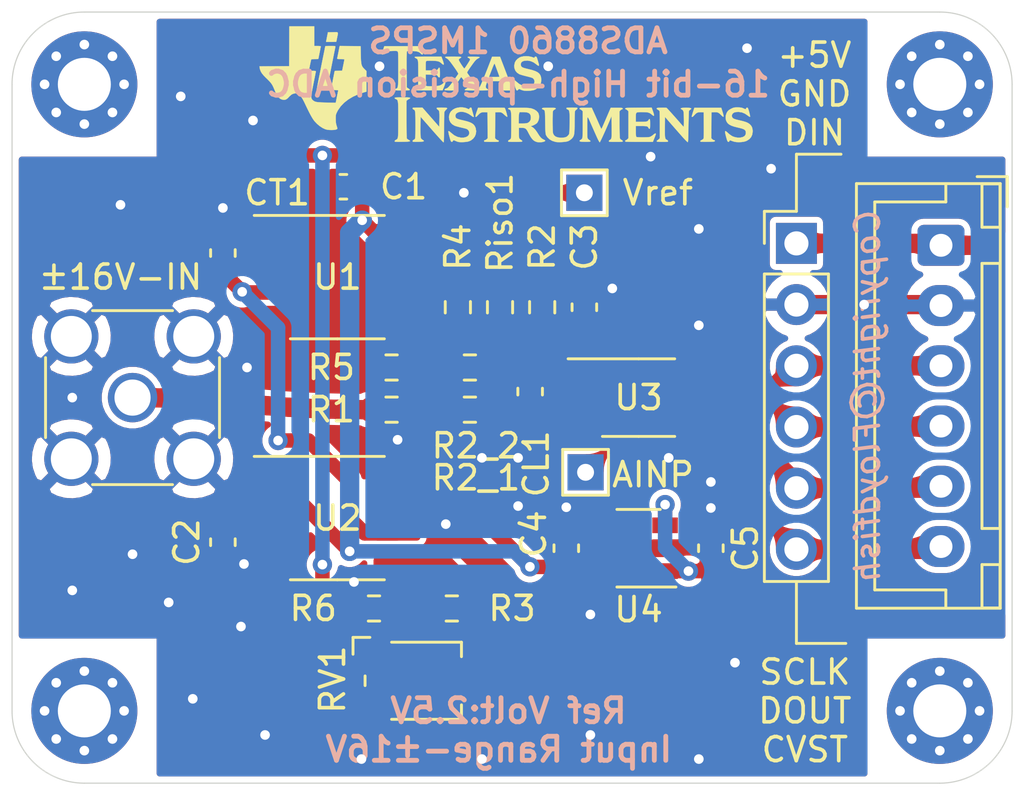
<source format=kicad_pcb>
(kicad_pcb (version 20171130) (host pcbnew "(5.1.8)-1")
  (layers (0 F.Cu signal) (31 B.Cu signal) (34 B.Paste user) (35 F.Paste user) (36 B.SilkS user) (37 F.SilkS user) (38 B.Mask user) (39 F.Mask user) (44 Edge.Cuts user))
  (net 0 "")
  (net 1 GND)
  (net 2 +3.3v)
  (net 3 "Net-(C3-Pad1)")
  (net 4 +5V)
  (net 5 "Net-(CT1-Pad1)")
  (net 6 /CONVST)
  (net 7 /DOUT)
  (net 8 /SCLK)
  (net 9 /DIN)
  (net 10 "Net-(R1-Pad1)")
  (net 11 /VREF)
  (net 12 /TRIM)
  (net 13 "Net-(R3-Pad1)")
  (net 14 "Net-(R4-Pad2)")
  (net 15 "Net-(R4-Pad1)")
  (net 16 "Net-(R6-Pad2)")
  (net 17 "Net-(R2_1-Pad1)")
  (net 18 "Net-(J1-Pad1)")
  (net 19 /AINP)
  (module Logo:texas_instruments (layer F.Cu) (at 160.5 97)
    (fp_text reference G*** hide)
    (fp_text value LOGO hide)
  )
  (module TestPoint:TestPoint_THTPad_1.5x1.5mm_Drill0.7mm (layer F.Cu) (at 163.8 113.1)
    (fp_text reference TP2 hide)
    (fp_text value TestPoint)
    (pad 1 thru_hole rect (at 0 0) (size 1.5 1.5) (drill 0.7) (layers *.Cu *.Mask) (net 19 /AINP))
  )
  (module TestPoint:TestPoint_THTPad_1.5x1.5mm_Drill0.7mm (layer F.Cu) (at 163.75 101.5)
    (fp_text reference TP1 hide)
    (fp_text value TestPoint)
    (pad 1 thru_hole rect (at 0 0) (size 1.5 1.5) (drill 0.7) (layers *.Cu *.Mask) (net 11 /VREF))
  )
  (module Package_TO_SOT_SMD:SOT-23-5 (layer F.Cu) (at 166 116.25 180)
    (fp_text reference U4 (at 0 -2.55) (layer F.SilkS))
    (fp_text value TLV70033_SOT23-5)
    (pad 5 smd rect (at 1.1 -0.95 180) (size 1.06 0.65) (layers F.Cu F.Paste F.Mask) (net 2 +3.3v))
    (pad 4 smd rect (at 1.1 0.95 180) (size 1.06 0.65) (layers F.Cu F.Paste F.Mask))
    (pad 3 smd rect (at -1.1 0.95 180) (size 1.06 0.65) (layers F.Cu F.Paste F.Mask) (net 4 +5V))
    (pad 2 smd rect (at -1.1 0 180) (size 1.06 0.65) (layers F.Cu F.Paste F.Mask) (net 1 GND))
    (pad 1 smd rect (at -1.1 -0.95 180) (size 1.06 0.65) (layers F.Cu F.Paste F.Mask) (net 4 +5V))
  )
  (module Package_SO:VSSOP-10_3x3mm_P0.5mm (layer F.Cu) (at 166 110)
    (fp_text reference U3 (at 0 0) (layer F.SilkS))
    (fp_text value ADS8860)
    (pad 10 smd roundrect (at 2.2 -1) (size 1.45 0.3) (layers F.Cu F.Paste F.Mask) (net 2 +3.3v))
    (pad 9 smd roundrect (at 2.2 -0.5) (size 1.45 0.3) (layers F.Cu F.Paste F.Mask) (net 9 /DIN))
    (pad 8 smd roundrect (at 2.2 0) (size 1.45 0.3) (layers F.Cu F.Paste F.Mask) (net 8 /SCLK))
    (pad 7 smd roundrect (at 2.2 0.5) (size 1.45 0.3) (layers F.Cu F.Paste F.Mask) (net 7 /DOUT))
    (pad 6 smd roundrect (at 2.2 1) (size 1.45 0.3) (layers F.Cu F.Paste F.Mask) (net 6 /CONVST))
    (pad 5 smd roundrect (at -2.2 1) (size 1.45 0.3) (layers F.Cu F.Paste F.Mask) (net 1 GND))
    (pad 4 smd roundrect (at -2.2 0.5) (size 1.45 0.3) (layers F.Cu F.Paste F.Mask) (net 1 GND))
    (pad 3 smd roundrect (at -2.2 0) (size 1.45 0.3) (layers F.Cu F.Paste F.Mask) (net 19 /AINP))
    (pad 2 smd roundrect (at -2.2 -0.5) (size 1.45 0.3) (layers F.Cu F.Paste F.Mask) (net 2 +3.3v))
    (pad 1 smd roundrect (at -2.2 -1) (size 1.45 0.3) (layers F.Cu F.Paste F.Mask) (net 3 "Net-(C3-Pad1)"))
  )
  (module Package_SO:SOIC-8_3.9x4.9mm_P1.27mm (layer F.Cu) (at 153.5 115)
    (fp_text reference U2 (at 0 0) (layer F.SilkS))
    (fp_text value REF03GS)
    (pad 8 smd roundrect (at 2.475 -1.905) (size 1.95 0.6) (layers F.Cu F.Paste F.Mask))
    (pad 7 smd roundrect (at 2.475 -0.635) (size 1.95 0.6) (layers F.Cu F.Paste F.Mask))
    (pad 6 smd roundrect (at 2.475 0.635) (size 1.95 0.6) (layers F.Cu F.Paste F.Mask) (net 5 "Net-(CT1-Pad1)"))
    (pad 5 smd roundrect (at 2.475 1.905) (size 1.95 0.6) (layers F.Cu F.Paste F.Mask) (net 12 /TRIM))
    (pad 4 smd roundrect (at -2.475 1.905) (size 1.95 0.6) (layers F.Cu F.Paste F.Mask) (net 1 GND))
    (pad 3 smd roundrect (at -2.475 0.635) (size 1.95 0.6) (layers F.Cu F.Paste F.Mask))
    (pad 2 smd roundrect (at -2.475 -0.635) (size 1.95 0.6) (layers F.Cu F.Paste F.Mask) (net 2 +3.3v))
    (pad 1 smd roundrect (at -2.475 -1.905) (size 1.95 0.6) (layers F.Cu F.Paste F.Mask))
  )
  (module Package_SO:SOIC-8_3.9x4.9mm_P1.27mm (layer F.Cu) (at 153.5 105)
    (fp_text reference U1 (at 0 0) (layer F.SilkS))
    (fp_text value OPA2189)
    (pad 8 smd roundrect (at 2.475 -1.905) (size 1.95 0.6) (layers F.Cu F.Paste F.Mask) (net 2 +3.3v))
    (pad 7 smd roundrect (at 2.475 -0.635) (size 1.95 0.6) (layers F.Cu F.Paste F.Mask) (net 15 "Net-(R4-Pad1)"))
    (pad 6 smd roundrect (at 2.475 0.635) (size 1.95 0.6) (layers F.Cu F.Paste F.Mask) (net 14 "Net-(R4-Pad2)"))
    (pad 5 smd roundrect (at 2.475 1.905) (size 1.95 0.6) (layers F.Cu F.Paste F.Mask) (net 10 "Net-(R1-Pad1)"))
    (pad 4 smd roundrect (at -2.475 1.905) (size 1.95 0.6) (layers F.Cu F.Paste F.Mask) (net 1 GND))
    (pad 3 smd roundrect (at -2.475 0.635) (size 1.95 0.6) (layers F.Cu F.Paste F.Mask) (net 5 "Net-(CT1-Pad1)"))
    (pad 2 smd roundrect (at -2.475 -0.635) (size 1.95 0.6) (layers F.Cu F.Paste F.Mask) (net 11 /VREF))
    (pad 1 smd roundrect (at -2.475 -1.905) (size 1.95 0.6) (layers F.Cu F.Paste F.Mask) (net 11 /VREF))
  )
  (module Potentiometer_SMD:Potentiometer_Bourns_TC33X_Vertical (layer F.Cu) (at 156.75 121.75)
    (fp_text reference RV1 (at -3.45 -0.05 90) (layer F.SilkS))
    (fp_text value 20k)
    (pad 2 smd rect (at 1.45 0) (size 1.5 1.6) (layers F.Cu F.Paste F.Mask) (net 13 "Net-(R3-Pad1)"))
    (pad 3 smd rect (at -1.8 1) (size 1.2 1.2) (layers F.Cu F.Paste F.Mask) (net 11 /VREF))
    (pad 1 smd rect (at -1.8 -1) (size 1.2 1.2) (layers F.Cu F.Paste F.Mask) (net 16 "Net-(R6-Pad2)"))
  )
  (module Resistor_SMD:R_0603_1608Metric (layer F.Cu) (at 160.25 106.25 90)
    (fp_text reference Riso1 (at 3.5 0 90) (layer F.SilkS))
    (fp_text value 100)
    (pad 2 smd roundrect (at 0.825 0 90) (size 0.8 0.95) (layers F.Cu F.Paste F.Mask) (net 15 "Net-(R4-Pad1)"))
    (pad 1 smd roundrect (at -0.825 0 90) (size 0.8 0.95) (layers F.Cu F.Paste F.Mask) (net 19 /AINP))
  )
  (module Resistor_SMD:R_0603_1608Metric (layer F.Cu) (at 159 108.75)
    (fp_text reference R2_2 (at 0.25 3.25) (layer F.SilkS))
    (fp_text value 620Ω)
    (pad 2 smd roundrect (at 0.825 0) (size 0.8 0.95) (layers F.Cu F.Paste F.Mask) (net 17 "Net-(R2_1-Pad1)"))
    (pad 1 smd roundrect (at -0.825 0) (size 0.8 0.95) (layers F.Cu F.Paste F.Mask) (net 10 "Net-(R1-Pad1)"))
  )
  (module Resistor_SMD:R_0603_1608Metric (layer F.Cu) (at 159 110.5 180)
    (fp_text reference R2_1 (at -0.25 -2.83) (layer F.SilkS))
    (fp_text value 20kΩ)
    (pad 2 smd roundrect (at 0.825 0 180) (size 0.8 0.95) (layers F.Cu F.Paste F.Mask) (net 2 +3.3v))
    (pad 1 smd roundrect (at -0.825 0 180) (size 0.8 0.95) (layers F.Cu F.Paste F.Mask) (net 17 "Net-(R2_1-Pad1)"))
  )
  (module Resistor_SMD:R_0603_1608Metric (layer F.Cu) (at 155.02 118.75)
    (fp_text reference R6 (at -2.52 0) (layer F.SilkS))
    (fp_text value 1k)
    (pad 2 smd roundrect (at 0.825 0) (size 0.8 0.95) (layers F.Cu F.Paste F.Mask) (net 16 "Net-(R6-Pad2)"))
    (pad 1 smd roundrect (at -0.825 0) (size 0.8 0.95) (layers F.Cu F.Paste F.Mask) (net 1 GND))
  )
  (module Resistor_SMD:R_0603_1608Metric (layer F.Cu) (at 155.75 108.75 180)
    (fp_text reference R5 (at 2.5 0) (layer F.SilkS))
    (fp_text value 1kΩ)
    (pad 2 smd roundrect (at 0.825 0 180) (size 0.8 0.95) (layers F.Cu F.Paste F.Mask) (net 1 GND))
    (pad 1 smd roundrect (at -0.825 0 180) (size 0.8 0.95) (layers F.Cu F.Paste F.Mask) (net 10 "Net-(R1-Pad1)"))
  )
  (module Resistor_SMD:R_0603_1608Metric (layer F.Cu) (at 158.5 106.25 270)
    (fp_text reference R4 (at -2.5 0 90) (layer F.SilkS))
    (fp_text value 910Ω)
    (pad 2 smd roundrect (at 0.825 0 270) (size 0.8 0.95) (layers F.Cu F.Paste F.Mask) (net 14 "Net-(R4-Pad2)"))
    (pad 1 smd roundrect (at -0.825 0 270) (size 0.8 0.95) (layers F.Cu F.Paste F.Mask) (net 15 "Net-(R4-Pad1)"))
  )
  (module Resistor_SMD:R_0603_1608Metric (layer F.Cu) (at 158.25 118.75)
    (fp_text reference R3 (at 2.5 0) (layer F.SilkS))
    (fp_text value 470k)
    (pad 2 smd roundrect (at 0.825 0) (size 0.8 0.95) (layers F.Cu F.Paste F.Mask) (net 12 /TRIM))
    (pad 1 smd roundrect (at -0.825 0) (size 0.8 0.95) (layers F.Cu F.Paste F.Mask) (net 13 "Net-(R3-Pad1)"))
  )
  (module Resistor_SMD:R_0603_1608Metric (layer F.Cu) (at 162 106.25 270)
    (fp_text reference R2 (at -2.5 0 90) (layer F.SilkS))
    (fp_text value 100)
    (pad 2 smd roundrect (at 0.825 0 270) (size 0.8 0.95) (layers F.Cu F.Paste F.Mask) (net 3 "Net-(C3-Pad1)"))
    (pad 1 smd roundrect (at -0.825 0 270) (size 0.8 0.95) (layers F.Cu F.Paste F.Mask) (net 11 /VREF))
  )
  (module Resistor_SMD:R_0603_1608Metric (layer F.Cu) (at 155.75 110.5 180)
    (fp_text reference R1 (at 2.5 0) (layer F.SilkS))
    (fp_text value 10kΩ)
    (pad 2 smd roundrect (at 0.825 0 180) (size 0.8 0.95) (layers F.Cu F.Paste F.Mask) (net 18 "Net-(J1-Pad1)"))
    (pad 1 smd roundrect (at -0.825 0 180) (size 0.8 0.95) (layers F.Cu F.Paste F.Mask) (net 10 "Net-(R1-Pad1)"))
  )
  (module Connector_JST:JST_XH_B6B-XH-A_1x06_P2.50mm_Vertical (layer F.Cu) (at 178.55 103.68 270)
    (fp_text reference J3 hide)
    (fp_text value XH2.54)
    (pad 6 thru_hole oval (at 12.5 0 270) (size 1.7 1.95) (drill 0.95) (layers *.Cu *.Mask) (net 6 /CONVST))
    (pad 5 thru_hole oval (at 10 0 270) (size 1.7 1.95) (drill 0.95) (layers *.Cu *.Mask) (net 7 /DOUT))
    (pad 4 thru_hole oval (at 7.5 0 270) (size 1.7 1.95) (drill 0.95) (layers *.Cu *.Mask) (net 8 /SCLK))
    (pad 3 thru_hole oval (at 5 0 270) (size 1.7 1.95) (drill 0.95) (layers *.Cu *.Mask) (net 9 /DIN))
    (pad 2 thru_hole oval (at 2.5 0 270) (size 1.7 1.95) (drill 0.95) (layers *.Cu *.Mask) (net 1 GND))
    (pad 1 thru_hole roundrect (at 0 0 270) (size 1.7 1.95) (drill 0.95) (layers *.Cu *.Mask) (roundrect_rratio 0.1470588235294118) (net 4 +5V))
  )
  (module Connector_PinHeader_2.54mm:PinHeader_1x06_P2.54mm_Vertical (layer F.Cu) (at 172.55 103.6)
    (fp_text reference J2 hide)
    (fp_text value P2.54)
    (pad 6 thru_hole oval (at 0 12.7) (size 1.7 1.7) (drill 1) (layers *.Cu *.Mask) (net 6 /CONVST))
    (pad 5 thru_hole oval (at 0 10.16) (size 1.7 1.7) (drill 1) (layers *.Cu *.Mask) (net 7 /DOUT))
    (pad 4 thru_hole oval (at 0 7.62) (size 1.7 1.7) (drill 1) (layers *.Cu *.Mask) (net 8 /SCLK))
    (pad 3 thru_hole oval (at 0 5.08) (size 1.7 1.7) (drill 1) (layers *.Cu *.Mask) (net 9 /DIN))
    (pad 2 thru_hole oval (at 0 2.54) (size 1.7 1.7) (drill 1) (layers *.Cu *.Mask) (net 1 GND))
    (pad 1 thru_hole rect (at 0 0) (size 1.7 1.7) (drill 1) (layers *.Cu *.Mask) (net 4 +5V))
  )
  (module Connector_Coaxial:SMA_Amphenol_132291_Vertical (layer F.Cu) (at 145 110)
    (fp_text reference J1 hide)
    (fp_text value Signal_in)
    (pad 2 thru_hole circle (at -2.54 2.54) (size 2.25 2.25) (drill 1.7) (layers *.Cu *.Mask) (net 1 GND))
    (pad 2 thru_hole circle (at -2.54 -2.54) (size 2.25 2.25) (drill 1.7) (layers *.Cu *.Mask) (net 1 GND))
    (pad 2 thru_hole circle (at 2.54 -2.54) (size 2.25 2.25) (drill 1.7) (layers *.Cu *.Mask) (net 1 GND))
    (pad 2 thru_hole circle (at 2.54 2.54) (size 2.25 2.25) (drill 1.7) (layers *.Cu *.Mask) (net 1 GND))
    (pad 1 thru_hole circle (at 0 0) (size 2.05 2.05) (drill 1.5) (layers *.Cu *.Mask) (net 18 "Net-(J1-Pad1)"))
  )
  (module MountingHole:MountingHole_2.2mm_M2_Pad_Via (layer F.Cu) (at 143 97)
    (fp_text reference H4 hide)
    (fp_text value MH)
    (pad 1 thru_hole circle (at 1.166726 -1.166726) (size 0.7 0.7) (drill 0.4) (layers *.Cu *.Mask))
    (pad 1 thru_hole circle (at 0 -1.65) (size 0.7 0.7) (drill 0.4) (layers *.Cu *.Mask))
    (pad 1 thru_hole circle (at -1.166726 -1.166726) (size 0.7 0.7) (drill 0.4) (layers *.Cu *.Mask))
    (pad 1 thru_hole circle (at -1.65 0) (size 0.7 0.7) (drill 0.4) (layers *.Cu *.Mask))
    (pad 1 thru_hole circle (at -1.166726 1.166726) (size 0.7 0.7) (drill 0.4) (layers *.Cu *.Mask))
    (pad 1 thru_hole circle (at 0 1.65) (size 0.7 0.7) (drill 0.4) (layers *.Cu *.Mask))
    (pad 1 thru_hole circle (at 1.166726 1.166726) (size 0.7 0.7) (drill 0.4) (layers *.Cu *.Mask))
    (pad 1 thru_hole circle (at 1.65 0) (size 0.7 0.7) (drill 0.4) (layers *.Cu *.Mask))
    (pad 1 thru_hole circle (at 0 0) (size 4.4 4.4) (drill 2.2) (layers *.Cu *.Mask))
  )
  (module MountingHole:MountingHole_2.2mm_M2_Pad_Via (layer F.Cu) (at 178.5 97)
    (fp_text reference H3 hide)
    (fp_text value MH)
    (pad 1 thru_hole circle (at 1.166726 -1.166726) (size 0.7 0.7) (drill 0.4) (layers *.Cu *.Mask))
    (pad 1 thru_hole circle (at 0 -1.65) (size 0.7 0.7) (drill 0.4) (layers *.Cu *.Mask))
    (pad 1 thru_hole circle (at -1.166726 -1.166726) (size 0.7 0.7) (drill 0.4) (layers *.Cu *.Mask))
    (pad 1 thru_hole circle (at -1.65 0) (size 0.7 0.7) (drill 0.4) (layers *.Cu *.Mask))
    (pad 1 thru_hole circle (at -1.166726 1.166726) (size 0.7 0.7) (drill 0.4) (layers *.Cu *.Mask))
    (pad 1 thru_hole circle (at 0 1.65) (size 0.7 0.7) (drill 0.4) (layers *.Cu *.Mask))
    (pad 1 thru_hole circle (at 1.166726 1.166726) (size 0.7 0.7) (drill 0.4) (layers *.Cu *.Mask))
    (pad 1 thru_hole circle (at 1.65 0) (size 0.7 0.7) (drill 0.4) (layers *.Cu *.Mask))
    (pad 1 thru_hole circle (at 0 0) (size 4.4 4.4) (drill 2.2) (layers *.Cu *.Mask))
  )
  (module MountingHole:MountingHole_2.2mm_M2_Pad_Via (layer F.Cu) (at 178.5 123)
    (fp_text reference H2 hide)
    (fp_text value MH)
    (pad 1 thru_hole circle (at 1.166726 -1.166726) (size 0.7 0.7) (drill 0.4) (layers *.Cu *.Mask))
    (pad 1 thru_hole circle (at 0 -1.65) (size 0.7 0.7) (drill 0.4) (layers *.Cu *.Mask))
    (pad 1 thru_hole circle (at -1.166726 -1.166726) (size 0.7 0.7) (drill 0.4) (layers *.Cu *.Mask))
    (pad 1 thru_hole circle (at -1.65 0) (size 0.7 0.7) (drill 0.4) (layers *.Cu *.Mask))
    (pad 1 thru_hole circle (at -1.166726 1.166726) (size 0.7 0.7) (drill 0.4) (layers *.Cu *.Mask))
    (pad 1 thru_hole circle (at 0 1.65) (size 0.7 0.7) (drill 0.4) (layers *.Cu *.Mask))
    (pad 1 thru_hole circle (at 1.166726 1.166726) (size 0.7 0.7) (drill 0.4) (layers *.Cu *.Mask))
    (pad 1 thru_hole circle (at 1.65 0) (size 0.7 0.7) (drill 0.4) (layers *.Cu *.Mask))
    (pad 1 thru_hole circle (at 0 0) (size 4.4 4.4) (drill 2.2) (layers *.Cu *.Mask))
  )
  (module MountingHole:MountingHole_2.2mm_M2_Pad_Via (layer F.Cu) (at 143 123)
    (fp_text reference H1 hide)
    (fp_text value MH)
    (pad 1 thru_hole circle (at 1.166726 -1.166726) (size 0.7 0.7) (drill 0.4) (layers *.Cu *.Mask))
    (pad 1 thru_hole circle (at 0 -1.65) (size 0.7 0.7) (drill 0.4) (layers *.Cu *.Mask))
    (pad 1 thru_hole circle (at -1.166726 -1.166726) (size 0.7 0.7) (drill 0.4) (layers *.Cu *.Mask))
    (pad 1 thru_hole circle (at -1.65 0) (size 0.7 0.7) (drill 0.4) (layers *.Cu *.Mask))
    (pad 1 thru_hole circle (at -1.166726 1.166726) (size 0.7 0.7) (drill 0.4) (layers *.Cu *.Mask))
    (pad 1 thru_hole circle (at 0 1.65) (size 0.7 0.7) (drill 0.4) (layers *.Cu *.Mask))
    (pad 1 thru_hole circle (at 1.166726 1.166726) (size 0.7 0.7) (drill 0.4) (layers *.Cu *.Mask))
    (pad 1 thru_hole circle (at 1.65 0) (size 0.7 0.7) (drill 0.4) (layers *.Cu *.Mask))
    (pad 1 thru_hole circle (at 0 0) (size 4.4 4.4) (drill 2.2) (layers *.Cu *.Mask))
  )
  (module Capacitor_SMD:C_0603_1608Metric (layer F.Cu) (at 148.75 104 90)
    (fp_text reference CT1 (at 2.5 2.25 180) (layer F.SilkS))
    (fp_text value 1uF)
    (pad 2 smd roundrect (at 0.775 0 90) (size 0.9 0.95) (layers F.Cu F.Paste F.Mask) (net 1 GND))
    (pad 1 smd roundrect (at -0.775 0 90) (size 0.9 0.95) (layers F.Cu F.Paste F.Mask) (net 5 "Net-(CT1-Pad1)"))
  )
  (module Capacitor_SMD:C_0603_1608Metric (layer F.Cu) (at 161.5 109.75 270)
    (fp_text reference CL1 (at 3 -0.25 90) (layer F.SilkS))
    (fp_text value 100pF)
    (pad 2 smd roundrect (at 0.775 0 270) (size 0.9 0.95) (layers F.Cu F.Paste F.Mask) (net 1 GND))
    (pad 1 smd roundrect (at -0.775 0 270) (size 0.9 0.95) (layers F.Cu F.Paste F.Mask) (net 19 /AINP))
  )
  (module Capacitor_SMD:C_0603_1608Metric (layer F.Cu) (at 169 116.25 270)
    (fp_text reference C5 (at 0 -1.43 90) (layer F.SilkS))
    (fp_text value 1uF)
    (pad 2 smd roundrect (at 0.775 0 270) (size 0.9 0.95) (layers F.Cu F.Paste F.Mask) (net 4 +5V))
    (pad 1 smd roundrect (at -0.775 0 270) (size 0.9 0.95) (layers F.Cu F.Paste F.Mask) (net 1 GND))
  )
  (module Capacitor_SMD:C_0603_1608Metric (layer F.Cu) (at 163 116.25 270)
    (fp_text reference C4 (at -0.59 1.36 90) (layer F.SilkS))
    (fp_text value 1uF)
    (pad 2 smd roundrect (at 0.775 0 270) (size 0.9 0.95) (layers F.Cu F.Paste F.Mask) (net 2 +3.3v))
    (pad 1 smd roundrect (at -0.775 0 270) (size 0.9 0.95) (layers F.Cu F.Paste F.Mask) (net 1 GND))
  )
  (module Capacitor_SMD:C_0603_1608Metric (layer F.Cu) (at 163.75 106.25 90)
    (fp_text reference C3 (at 2.5 0 90) (layer F.SilkS))
    (fp_text value 100pF)
    (pad 2 smd roundrect (at 0.775 0 90) (size 0.9 0.95) (layers F.Cu F.Paste F.Mask) (net 1 GND))
    (pad 1 smd roundrect (at -0.775 0 90) (size 0.9 0.95) (layers F.Cu F.Paste F.Mask) (net 3 "Net-(C3-Pad1)"))
  )
  (module Capacitor_SMD:C_0603_1608Metric (layer F.Cu) (at 148.75 116 270)
    (fp_text reference C2 (at 0 1.5 90) (layer F.SilkS))
    (fp_text value 0.1uF)
    (pad 2 smd roundrect (at 0.775 0 270) (size 0.9 0.95) (layers F.Cu F.Paste F.Mask) (net 1 GND))
    (pad 1 smd roundrect (at -0.775 0 270) (size 0.9 0.95) (layers F.Cu F.Paste F.Mask) (net 2 +3.3v))
  )
  (module Capacitor_SMD:C_0603_1608Metric (layer F.Cu) (at 153.75 101.25 180)
    (fp_text reference C1 (at -2.5 0) (layer F.SilkS))
    (fp_text value 0.1uF)
    (pad 2 smd roundrect (at 0.775 0 180) (size 0.9 0.95) (layers F.Cu F.Paste F.Mask) (net 1 GND))
    (pad 1 smd roundrect (at -0.775 0 180) (size 0.9 0.95) (layers F.Cu F.Paste F.Mask) (net 2 +3.3v))
  )
  (gr_text ±16V-IN (at 144.5 105) (layer F.SilkS) (effects (font (size 1 1))))
  (gr_text AINP (at 166.6 113.2) (layer F.SilkS) (effects (font (size 1 1))))
  (gr_text Vref (at 166.8 101.5) (layer F.SilkS) (effects (font (size 1 1))))
  (gr_line (start 172.55 120.2) (end 174.6 120.2) (layer F.SilkS) (width 0.12))
  (gr_line (start 172.55 117.65) (end 172.55 120.2) (layer F.SilkS) (width 0.12))
  (gr_line (start 172.55 99.9) (end 174.4 99.9) (layer F.SilkS) (width 0.12))
  (gr_line (start 172.55 102.27) (end 172.55 99.9) (layer F.SilkS) (width 0.12))
  (gr_text "+5V\nGND\nDIN" (at 173.3 97.4) (layer F.SilkS) (effects (font (size 1 1))))
  (gr_text "SCLK\nDOUT\nCVST" (at 172.9 123) (layer F.SilkS) (effects (font (size 1 1))))
  (gr_text Copyright©Floydfish (at 175.5 109.9 90) (layer B.SilkS) (effects (font (size 1 1) (thickness 0.15) italic) (justify mirror)))
  (gr_text "16-bit High-precision ADC" (at 161 97) (layer B.SilkS) (effects (font (size 1 1) (thickness 0.2)) (justify mirror)))
  (gr_text "Input Range-±16V" (at 160.2 124.6) (layer B.SilkS) (effects (font (size 1 1) (thickness 0.2)) (justify mirror)))
  (gr_text "Ref Volt:2.5V" (at 160.6 123) (layer B.SilkS) (effects (font (size 1 1) (thickness 0.2)) (justify mirror)))
  (gr_text "ADS8860 1MSPS\n" (at 161 95.2) (layer B.SilkS) (effects (font (size 1 1) (thickness 0.2)) (justify mirror)))
  (gr_text "TRIM ADJ" (at 164.5 121.75) (layer F.Cu) (effects (font (size 1 1) (thickness 0.2) italic)))
  (gr_arc (start 143 123) (end 140 123) (angle -90) (layer Edge.Cuts) (width 0.05))
  (gr_arc (start 178.5 123) (end 178.5 126) (angle -90) (layer Edge.Cuts) (width 0.05))
  (gr_arc (start 178.5 97) (end 181.5 97) (angle -90) (layer Edge.Cuts) (width 0.05))
  (gr_arc (start 143 97) (end 143 94) (angle -90) (layer Edge.Cuts) (width 0.05))
  (gr_line (start 140 123) (end 140 97) (layer Edge.Cuts) (width 0.05))
  (gr_line (start 178.5 126) (end 143 126) (layer Edge.Cuts) (width 0.05))
  (gr_line (start 181.5 97) (end 181.5 123) (layer Edge.Cuts) (width 0.05))
  (gr_line (start 178.5 94) (end 143 94) (layer Edge.Cuts) (width 0.05))
  (segment (start 151.025 116.905) (end 149.625 116.905) (width 0.6) (layer F.Cu) (net 1))
  (segment (start 172.55 106.14) (end 175.36 106.14) (width 0.8) (layer F.Cu) (net 1))
  (segment (start 163.8 110.5) (end 161.52 110.5) (width 0.3) (layer F.Cu) (net 1))
  (segment (start 152.975 106.91) (end 150.96 106.91) (width 0.6) (layer F.Cu) (net 1))
  (segment (start 152.975 101.25) (end 152.975 106.91) (width 0.6) (layer F.Cu) (net 1))
  (segment (start 152.975 108.75) (end 152.975 106.91) (width 0.6) (layer F.Cu) (net 1))
  (segment (start 154.925 108.75) (end 152.975 108.75) (width 0.6) (layer F.Cu) (net 1))
  (segment (start 154.195 118.75) (end 154.19 117.65) (width 0.6) (layer F.Cu) (net 1))
  (segment (start 154.19 117.65) (end 154.195 117.655) (width 0.6) (layer F.Cu) (net 1))
  (via (at 154.19 117.65) (size 0.8) (drill 0.4) (layers F.Cu B.Cu) (net 1))
  (segment (start 149.625 116.905) (end 148.895 116.905) (width 0.6) (layer F.Cu) (net 1))
  (via (at 149.625 116.905) (size 0.8) (drill 0.4) (layers F.Cu B.Cu) (net 1))
  (segment (start 168.14 116.25) (end 168.94 115.45) (width 0.6) (layer F.Cu) (net 1))
  (segment (start 167.1 116.25) (end 168.14 116.25) (width 0.6) (layer F.Cu) (net 1))
  (segment (start 169 115.475) (end 169 114.58) (width 0.8) (layer F.Cu) (net 1))
  (segment (start 169 114.58) (end 169 113.5) (width 0.8) (layer F.Cu) (net 1))
  (via (at 169 114.58) (size 0.8) (drill 0.4) (layers F.Cu B.Cu) (net 1))
  (segment (start 169 113.5) (end 169 113.5) (width 0.8) (layer F.Cu) (net 1))
  (via (at 169 113.5) (size 0.8) (drill 0.4) (layers F.Cu B.Cu) (net 1))
  (segment (start 163.75 105.475) (end 164.91 105.47) (width 0.8) (layer F.Cu) (net 1))
  (segment (start 164.91 105.47) (end 164.905 105.475) (width 0.8) (layer F.Cu) (net 1))
  (via (at 164.91 105.47) (size 0.8) (drill 0.4) (layers F.Cu B.Cu) (net 1))
  (via (at 163 114.55) (size 0.8) (drill 0.4) (layers F.Cu B.Cu) (net 1))
  (segment (start 148.75 103.225) (end 148.75 102.13) (width 0.8) (layer F.Cu) (net 1))
  (segment (start 148.75 102.13) (end 148.75 102.13) (width 0.8) (layer F.Cu) (net 1))
  (via (at 148.75 102.13) (size 0.8) (drill 0.4) (layers F.Cu B.Cu) (net 1))
  (segment (start 163 114.55) (end 163 115.42) (width 0.6) (layer F.Cu) (net 1))
  (via (at 149.5 119.5) (size 0.8) (drill 0.4) (layers F.Cu B.Cu) (net 1))
  (via (at 146.5 118.5) (size 0.8) (drill 0.4) (layers F.Cu B.Cu) (net 1))
  (via (at 145 116.5) (size 0.8) (drill 0.4) (layers F.Cu B.Cu) (net 1))
  (via (at 142.5 118) (size 0.8) (drill 0.4) (layers F.Cu B.Cu) (net 1))
  (via (at 147.5 122.5) (size 0.8) (drill 0.4) (layers F.Cu B.Cu) (net 1))
  (via (at 150.5 124) (size 0.8) (drill 0.4) (layers F.Cu B.Cu) (net 1))
  (via (at 154.5 125) (size 0.8) (drill 0.4) (layers F.Cu B.Cu) (net 1))
  (via (at 159.5 125) (size 0.8) (drill 0.4) (layers F.Cu B.Cu) (net 1))
  (via (at 164 124) (size 0.8) (drill 0.4) (layers F.Cu B.Cu) (net 1))
  (via (at 168.5 125) (size 0.8) (drill 0.4) (layers F.Cu B.Cu) (net 1))
  (via (at 170 121) (size 0.8) (drill 0.4) (layers F.Cu B.Cu) (net 1))
  (via (at 164 119) (size 0.8) (drill 0.4) (layers F.Cu B.Cu) (net 1))
  (via (at 168.5 107) (size 0.8) (drill 0.4) (layers F.Cu B.Cu) (net 1))
  (via (at 168.5 103) (size 0.8) (drill 0.4) (layers F.Cu B.Cu) (net 1))
  (via (at 171.5 100.5) (size 0.8) (drill 0.4) (layers F.Cu B.Cu) (net 1))
  (via (at 166.5 100) (size 0.8) (drill 0.4) (layers F.Cu B.Cu) (net 1))
  (via (at 150 98.5) (size 0.8) (drill 0.4) (layers F.Cu B.Cu) (net 1))
  (via (at 144.5 102) (size 0.8) (drill 0.4) (layers F.Cu B.Cu) (net 1))
  (via (at 147 97.5) (size 0.8) (drill 0.4) (layers F.Cu B.Cu) (net 1))
  (via (at 161 112.5) (size 0.8) (drill 0.4) (layers F.Cu B.Cu) (net 1))
  (via (at 159.5 112.5) (size 0.8) (drill 0.4) (layers F.Cu B.Cu) (net 1))
  (via (at 161 114.5) (size 0.8) (drill 0.4) (layers F.Cu B.Cu) (net 1))
  (segment (start 175.36 106.14) (end 178.43 106.14) (width 0.8) (layer F.Cu) (net 1))
  (via (at 175.36 106.14) (size 0.8) (drill 0.4) (layers F.Cu B.Cu) (net 1))
  (via (at 170.5 95.5) (size 0.8) (drill 0.4) (layers F.Cu B.Cu) (net 1))
  (via (at 162.25 96.25) (size 0.8) (drill 0.4) (layers F.Cu B.Cu) (net 1))
  (via (at 155.25 96.25) (size 0.8) (drill 0.4) (layers F.Cu B.Cu) (net 1))
  (via (at 158.75 101.5) (size 0.8) (drill 0.4) (layers F.Cu B.Cu) (net 1))
  (via (at 158 115.25) (size 0.8) (drill 0.4) (layers F.Cu B.Cu) (net 1))
  (via (at 156 111.75) (size 0.8) (drill 0.4) (layers F.Cu B.Cu) (net 1))
  (via (at 142.5 110) (size 0.8) (drill 0.4) (layers F.Cu B.Cu) (net 1))
  (via (at 149.75 108.75) (size 0.8) (drill 0.4) (layers F.Cu B.Cu) (net 1))
  (via (at 167.25 112.5) (size 0.8) (drill 0.4) (layers F.Cu B.Cu) (net 1))
  (segment (start 155.975 103.095) (end 154.985 103.095) (width 0.6) (layer F.Cu) (net 2))
  (segment (start 154.985 103.095) (end 154.53 102.64) (width 0.6) (layer F.Cu) (net 2))
  (segment (start 154.53 102.64) (end 154.53 101.3) (width 0.6) (layer F.Cu) (net 2))
  (segment (start 151.025 114.365) (end 149.605 114.365) (width 0.6) (layer F.Cu) (net 2))
  (segment (start 149.605 114.365) (end 148.75 115.22) (width 0.6) (layer F.Cu) (net 2))
  (segment (start 168.2 109) (end 166.08 109) (width 0.3) (layer F.Cu) (net 2))
  (segment (start 163.8 109.5) (end 166.07 109.5) (width 0.3) (layer F.Cu) (net 2))
  (segment (start 166.08 109.49) (end 166.07 109.5) (width 0.3) (layer F.Cu) (net 2))
  (segment (start 166.08 109) (end 166.08 109.49) (width 0.3) (layer F.Cu) (net 2))
  (segment (start 166.08 117.2) (end 164.9 117.2) (width 0.3) (layer F.Cu) (net 2))
  (segment (start 166.08 109.49) (end 166.08 117.2) (width 0.3) (layer F.Cu) (net 2))
  (segment (start 158.18 111.9) (end 158.18 110.49) (width 0.6) (layer F.Cu) (net 2))
  (segment (start 163 117.025) (end 164.445 117.025) (width 0.6) (layer F.Cu) (net 2))
  (segment (start 164.445 117.025) (end 164.62 117.2) (width 0.6) (layer F.Cu) (net 2))
  (segment (start 158.18 113.71) (end 158.18 111.9) (width 0.6) (layer F.Cu) (net 2))
  (segment (start 161.495 117.025) (end 158.18 113.71) (width 0.6) (layer F.Cu) (net 2))
  (segment (start 163 117.025) (end 161.495 117.025) (width 0.6) (layer F.Cu) (net 2))
  (segment (start 152 114.365) (end 154.01 116.38) (width 0.6) (layer F.Cu) (net 2))
  (segment (start 151.025 114.365) (end 152 114.365) (width 0.6) (layer F.Cu) (net 2))
  (segment (start 154.01 116.38) (end 154.01 116.375) (width 0.6) (layer F.Cu) (net 2))
  (via (at 154.01 116.38) (size 0.8) (drill 0.4) (layers F.Cu B.Cu) (net 2))
  (segment (start 154.01 116.38) (end 160.85 116.38) (width 0.6) (layer B.Cu) (net 2))
  (segment (start 160.85 116.38) (end 161.49 117.02) (width 0.6) (layer B.Cu) (net 2))
  (segment (start 161.49 117.02) (end 161.49 117.02) (width 0.6) (layer B.Cu) (net 2))
  (via (at 161.49 117.02) (size 0.8) (drill 0.4) (layers F.Cu B.Cu) (net 2))
  (segment (start 154.01 116.38) (end 154.01 103.16) (width 0.8) (layer B.Cu) (net 2))
  (segment (start 154.01 103.16) (end 154.53 102.64) (width 0.8) (layer B.Cu) (net 2))
  (segment (start 154.53 102.64) (end 154.53 102.64) (width 0.8) (layer B.Cu) (net 2))
  (via (at 154.53 102.64) (size 0.8) (drill 0.4) (layers F.Cu B.Cu) (net 2))
  (segment (start 162 107.075) (end 163.635 107.075) (width 0.8) (layer F.Cu) (net 3))
  (segment (start 163.8 109) (end 163.8 107.12) (width 0.3) (layer F.Cu) (net 3))
  (segment (start 172.55 103.6) (end 178.54 103.6) (width 0.8) (layer F.Cu) (net 4))
  (segment (start 178.55 103.68) (end 180.56 103.68) (width 0.8) (layer F.Cu) (net 4))
  (segment (start 180.56 107.13) (end 180.58 107.15) (width 0.8) (layer F.Cu) (net 4))
  (segment (start 180.56 103.68) (end 180.56 107.13) (width 0.8) (layer F.Cu) (net 4))
  (segment (start 169.01 117.2) (end 168.07 117.2) (width 0.6) (layer F.Cu) (net 4))
  (segment (start 168.07 117.2) (end 167.03 117.2) (width 0.6) (layer F.Cu) (net 4))
  (via (at 168.07 117.2) (size 0.8) (drill 0.4) (layers F.Cu B.Cu) (net 4))
  (segment (start 167.1 115.3) (end 167.1 114.44) (width 0.6) (layer F.Cu) (net 4))
  (segment (start 167.1 114.44) (end 167.1 114.44) (width 0.6) (layer F.Cu) (net 4))
  (via (at 167.1 114.44) (size 0.8) (drill 0.4) (layers F.Cu B.Cu) (net 4))
  (segment (start 167.1 116.23) (end 168.07 117.2) (width 0.6) (layer B.Cu) (net 4))
  (segment (start 167.1 114.44) (end 167.1 116.23) (width 0.6) (layer B.Cu) (net 4))
  (segment (start 180.56 118.48) (end 169 118.48) (width 0.8) (layer F.Cu) (net 4))
  (segment (start 169 118.48) (end 169 117.06) (width 0.8) (layer F.Cu) (net 4))
  (segment (start 180.56 107.13) (end 180.56 118.48) (width 0.8) (layer F.Cu) (net 4))
  (segment (start 161.5 108.975) (end 161.5 108.36) (width 0.6) (layer F.Cu) (net 19))
  (segment (start 161.5 108.36) (end 160.22 107.08) (width 0.6) (layer F.Cu) (net 19))
  (segment (start 162.388578 109.858578) (end 161.5 108.97) (width 0.3) (layer F.Cu) (net 19))
  (segment (start 162.388578 109.858578) (end 162.405742 109.874919) (width 0.3) (layer F.Cu) (net 19))
  (segment (start 162.405742 109.874919) (end 162.423687 109.890399) (width 0.3) (layer F.Cu) (net 19))
  (segment (start 162.423687 109.890399) (end 162.44237 109.904979) (width 0.3) (layer F.Cu) (net 19))
  (segment (start 162.44237 109.904979) (end 162.461746 109.918625) (width 0.3) (layer F.Cu) (net 19))
  (segment (start 162.461746 109.918625) (end 162.481768 109.931304) (width 0.3) (layer F.Cu) (net 19))
  (segment (start 162.481768 109.931304) (end 162.502389 109.942986) (width 0.3) (layer F.Cu) (net 19))
  (segment (start 162.502389 109.942986) (end 162.523557 109.953641) (width 0.3) (layer F.Cu) (net 19))
  (segment (start 162.523557 109.953641) (end 162.545223 109.963245) (width 0.3) (layer F.Cu) (net 19))
  (segment (start 162.545223 109.963245) (end 162.567334 109.971774) (width 0.3) (layer F.Cu) (net 19))
  (segment (start 162.567334 109.971774) (end 162.589837 109.979208) (width 0.3) (layer F.Cu) (net 19))
  (segment (start 162.589837 109.979208) (end 162.612678 109.985529) (width 0.3) (layer F.Cu) (net 19))
  (segment (start 162.612678 109.985529) (end 162.635801 109.990721) (width 0.3) (layer F.Cu) (net 19))
  (segment (start 162.635801 109.990721) (end 162.659152 109.994773) (width 0.3) (layer F.Cu) (net 19))
  (segment (start 162.659152 109.994773) (end 162.682673 109.997674) (width 0.3) (layer F.Cu) (net 19))
  (segment (start 162.682673 109.997674) (end 162.706307 109.999418) (width 0.3) (layer F.Cu) (net 19))
  (segment (start 162.706307 109.999418) (end 162.73 110) (width 0.3) (layer F.Cu) (net 19))
  (segment (start 162.73 110) (end 163.8 110) (width 0.3) (layer F.Cu) (net 19))
  (segment (start 151.025 105.635) (end 149.575 105.635) (width 0.6) (layer F.Cu) (net 5))
  (segment (start 149.575 105.635) (end 148.75 104.81) (width 0.6) (layer F.Cu) (net 5))
  (segment (start 151.04 111.78) (end 151.04 111.78) (width 0.6) (layer F.Cu) (net 5))
  (via (at 151.04 111.78) (size 0.8) (drill 0.4) (layers F.Cu B.Cu) (net 5))
  (segment (start 151.04 111.78) (end 151.04 107.1) (width 0.6) (layer B.Cu) (net 5))
  (segment (start 151.04 107.1) (end 149.55 105.61) (width 0.6) (layer B.Cu) (net 5))
  (segment (start 149.55 105.61) (end 149.55 105.61) (width 0.6) (layer B.Cu) (net 5))
  (via (at 149.55 105.61) (size 0.8) (drill 0.4) (layers F.Cu B.Cu) (net 5))
  (segment (start 152.3 111.78) (end 151.04 111.78) (width 0.6) (layer F.Cu) (net 5))
  (segment (start 153.96 113.44) (end 152.3 111.78) (width 0.6) (layer F.Cu) (net 5))
  (segment (start 153.96 114.96) (end 153.96 113.44) (width 0.6) (layer F.Cu) (net 5))
  (segment (start 154.635 115.635) (end 153.96 114.96) (width 0.6) (layer F.Cu) (net 5))
  (segment (start 155.975 115.635) (end 154.635 115.635) (width 0.6) (layer F.Cu) (net 5))
  (segment (start 172.55 116.3) (end 178.21 116.3) (width 0.8) (layer F.Cu) (net 6))
  (segment (start 171.16 114.89) (end 172.53 116.26) (width 0.3) (layer F.Cu) (net 6))
  (segment (start 171.16 112.95) (end 171.16 114.89) (width 0.3) (layer F.Cu) (net 6))
  (segment (start 169.21 111) (end 171.16 112.95) (width 0.3) (layer F.Cu) (net 6))
  (segment (start 168.22 111) (end 169.21 111) (width 0.3) (layer F.Cu) (net 6))
  (segment (start 172.55 113.76) (end 178.3 113.76) (width 0.8) (layer F.Cu) (net 7))
  (segment (start 172.49 113.17) (end 172.49 113.64288) (width 0.3) (layer F.Cu) (net 7))
  (segment (start 169.82 110.5) (end 172.49 113.17) (width 0.3) (layer F.Cu) (net 7))
  (segment (start 168.2 110.5) (end 169.82 110.5) (width 0.3) (layer F.Cu) (net 7))
  (segment (start 168.2 110) (end 171.36 110) (width 0.3) (layer F.Cu) (net 8))
  (segment (start 171.36 110) (end 172.52 111.16) (width 0.3) (layer F.Cu) (net 8))
  (segment (start 172.55 111.22) (end 178.28 111.22) (width 0.8) (layer F.Cu) (net 8))
  (segment (start 168.2 109.5) (end 171.36 109.5) (width 0.3) (layer F.Cu) (net 9))
  (segment (start 171.36 109.5) (end 172.17 108.69) (width 0.3) (layer F.Cu) (net 9))
  (segment (start 172.55 108.68) (end 178.61 108.68) (width 0.8) (layer F.Cu) (net 9))
  (segment (start 156.575 110.5) (end 156.575 108.725) (width 0.8) (layer F.Cu) (net 10))
  (segment (start 158.175 108.75) (end 156.7 108.75) (width 0.8) (layer F.Cu) (net 10))
  (segment (start 156.575 108.75) (end 156.575 106.935) (width 0.6) (layer F.Cu) (net 10))
  (segment (start 151.025 104.365) (end 151.025 103.165) (width 0.6) (layer F.Cu) (net 11))
  (segment (start 151.025 103.095) (end 151.025 100.585) (width 0.6) (layer F.Cu) (net 11))
  (segment (start 151.025 100.585) (end 151.66 99.95) (width 0.6) (layer F.Cu) (net 11))
  (segment (start 151.66 99.95) (end 161.2 99.95) (width 0.6) (layer F.Cu) (net 11))
  (segment (start 161.2 99.95) (end 162 100.75) (width 0.6) (layer F.Cu) (net 11))
  (segment (start 152.88 99.95) (end 152.88 99.95) (width 0.6) (layer B.Cu) (net 11))
  (via (at 152.88 99.95) (size 0.8) (drill 0.4) (layers F.Cu B.Cu) (net 11))
  (segment (start 152.88 99.95) (end 152.88 116.930002) (width 0.6) (layer B.Cu) (net 11))
  (via (at 152.88 116.930002) (size 0.8) (drill 0.4) (layers F.Cu B.Cu) (net 11))
  (segment (start 152.88 121.88) (end 152.88 116.930002) (width 0.6) (layer F.Cu) (net 11))
  (segment (start 154.95 122.75) (end 153.75 122.75) (width 0.6) (layer F.Cu) (net 11))
  (segment (start 153.75 122.75) (end 152.88 121.88) (width 0.6) (layer F.Cu) (net 11))
  (segment (start 162 101.5) (end 163.75 101.5) (width 0.6) (layer F.Cu) (net 11))
  (segment (start 162 100.75) (end 162 101.5) (width 0.6) (layer F.Cu) (net 11))
  (segment (start 162 101.5) (end 162 105.43) (width 0.6) (layer F.Cu) (net 11))
  (segment (start 158.06 116.9) (end 155.89 116.9) (width 0.6) (layer F.Cu) (net 12))
  (segment (start 159.075 117.915) (end 158.06 116.9) (width 0.6) (layer F.Cu) (net 12))
  (segment (start 159.075 118.75) (end 159.075 117.915) (width 0.6) (layer F.Cu) (net 12))
  (segment (start 157.425 118.75) (end 157.425 120.995) (width 0.6) (layer F.Cu) (net 13))
  (segment (start 157.425 120.995) (end 158.2 121.77) (width 0.6) (layer F.Cu) (net 13))
  (segment (start 155.975 105.635) (end 157.075 105.635) (width 0.6) (layer F.Cu) (net 14))
  (segment (start 157.075 105.635) (end 158.5 107.06) (width 0.6) (layer F.Cu) (net 14))
  (segment (start 160.25 105.425) (end 158.595 105.425) (width 0.8) (layer F.Cu) (net 15))
  (segment (start 155.975 104.365) (end 157.455 104.365) (width 0.6) (layer F.Cu) (net 15))
  (segment (start 157.455 104.365) (end 158.5 105.41) (width 0.6) (layer F.Cu) (net 15))
  (segment (start 155.845 118.75) (end 155.845 119.855) (width 0.6) (layer F.Cu) (net 16))
  (segment (start 155.845 119.855) (end 154.93 120.77) (width 0.6) (layer F.Cu) (net 16))
  (segment (start 159.825 108.75) (end 159.825 110.475) (width 0.6) (layer F.Cu) (net 17))
  (segment (start 154.925 110.5) (end 154.540498 110.49903) (width 0.8) (layer F.Cu) (net 18))
  (segment (start 154.540498 110.49903) (end 154.173349 110.49619) (width 0.8) (layer F.Cu) (net 18))
  (segment (start 154.173349 110.49619) (end 153.822699 110.491579) (width 0.8) (layer F.Cu) (net 18))
  (segment (start 153.822699 110.491579) (end 153.487694 110.485299) (width 0.8) (layer F.Cu) (net 18))
  (segment (start 153.487694 110.485299) (end 153.167481 110.477452) (width 0.8) (layer F.Cu) (net 18))
  (segment (start 153.167481 110.477452) (end 152.861208 110.468138) (width 0.8) (layer F.Cu) (net 18))
  (segment (start 152.861208 110.468138) (end 152.568021 110.457458) (width 0.8) (layer F.Cu) (net 18))
  (segment (start 152.568021 110.457458) (end 152.287066 110.445514) (width 0.8) (layer F.Cu) (net 18))
  (segment (start 152.287066 110.445514) (end 152.017492 110.432407) (width 0.8) (layer F.Cu) (net 18))
  (segment (start 152.017492 110.432407) (end 151.758443 110.418238) (width 0.8) (layer F.Cu) (net 18))
  (segment (start 151.758443 110.418238) (end 151.509068 110.403108) (width 0.8) (layer F.Cu) (net 18))
  (segment (start 151.509068 110.403108) (end 151.268513 110.387118) (width 0.8) (layer F.Cu) (net 18))
  (segment (start 151.268513 110.387118) (end 151.035925 110.37037) (width 0.8) (layer F.Cu) (net 18))
  (segment (start 151.035925 110.37037) (end 150.810451 110.352964) (width 0.8) (layer F.Cu) (net 18))
  (segment (start 150.810451 110.352964) (end 150.591238 110.335002) (width 0.8) (layer F.Cu) (net 18))
  (segment (start 150.591238 110.335002) (end 150.377431 110.316584) (width 0.8) (layer F.Cu) (net 18))
  (segment (start 150.377431 110.316584) (end 150.168179 110.297813) (width 0.8) (layer F.Cu) (net 18))
  (segment (start 150.168179 110.297813) (end 149.962628 110.278789) (width 0.8) (layer F.Cu) (net 18))
  (segment (start 149.962628 110.278789) (end 149.759925 110.259613) (width 0.8) (layer F.Cu) (net 18))
  (segment (start 149.759925 110.259613) (end 149.559216 110.240386) (width 0.8) (layer F.Cu) (net 18))
  (segment (start 149.559216 110.240386) (end 149.359649 110.22121) (width 0.8) (layer F.Cu) (net 18))
  (segment (start 149.359649 110.22121) (end 149.16037 110.202186) (width 0.8) (layer F.Cu) (net 18))
  (segment (start 149.16037 110.202186) (end 148.960526 110.183415) (width 0.8) (layer F.Cu) (net 18))
  (segment (start 148.960526 110.183415) (end 148.759264 110.164997) (width 0.8) (layer F.Cu) (net 18))
  (segment (start 148.759264 110.164997) (end 148.555731 110.147035) (width 0.8) (layer F.Cu) (net 18))
  (segment (start 148.555731 110.147035) (end 148.349074 110.129629) (width 0.8) (layer F.Cu) (net 18))
  (segment (start 148.349074 110.129629) (end 148.138438 110.112881) (width 0.8) (layer F.Cu) (net 18))
  (segment (start 148.138438 110.112881) (end 147.922972 110.096891) (width 0.8) (layer F.Cu) (net 18))
  (segment (start 147.922972 110.096891) (end 147.701822 110.081761) (width 0.8) (layer F.Cu) (net 18))
  (segment (start 147.701822 110.081761) (end 147.474135 110.067592) (width 0.8) (layer F.Cu) (net 18))
  (segment (start 147.474135 110.067592) (end 147.239057 110.054485) (width 0.8) (layer F.Cu) (net 18))
  (segment (start 147.239057 110.054485) (end 146.995736 110.042541) (width 0.8) (layer F.Cu) (net 18))
  (segment (start 146.995736 110.042541) (end 146.743318 110.031861) (width 0.8) (layer F.Cu) (net 18))
  (segment (start 146.743318 110.031861) (end 146.48095 110.022547) (width 0.8) (layer F.Cu) (net 18))
  (segment (start 146.48095 110.022547) (end 146.207779 110.0147) (width 0.8) (layer F.Cu) (net 18))
  (segment (start 146.207779 110.0147) (end 145.922951 110.00842) (width 0.8) (layer F.Cu) (net 18))
  (segment (start 145.922951 110.00842) (end 145.625614 110.003809) (width 0.8) (layer F.Cu) (net 18))
  (segment (start 145.625614 110.003809) (end 145.314915 110.000969) (width 0.8) (layer F.Cu) (net 18))
  (segment (start 145.314915 110.000969) (end 144.99 110) (width 0.8) (layer F.Cu) (net 18))
  (segment (start 163.81 113.1) (end 163.81 113.12) (width 0.3) (layer F.Cu) (net 19))
  (segment (start 165.3 111.61) (end 163.81 113.1) (width 0.3) (layer F.Cu) (net 19))
  (segment (start 165.3 110) (end 165.3 111.61) (width 0.3) (layer F.Cu) (net 19))
  (segment (start 163.8 110) (end 165.3 110) (width 0.3) (layer F.Cu) (net 19))
  (zone (net 1) (net_name GND) (layer B.Cu) (priority 1) (connect_pads thru_hole_only (clearance 0.254)) (min_thickness 0.254) (fill yes (arc_segments 32) (thermal_gap 0.508) (thermal_bridge_width 0.508))
    (polygon (pts (xy 182 100) (xy 182 120) (xy 175.5 120) (xy 175.5 126.5) (xy 146 126.5) (xy 146 120) (xy 139.5 120) (xy 139.5 100) (xy 146 100) (xy 146 93.5) (xy 175.5 93.5) (xy 175.5 100)))
  )
  (zone (net 1) (net_name GND) (layer F.Cu) (priority 1) (connect_pads thru_hole_only (clearance 0.254)) (min_thickness 0.254) (fill yes (arc_segments 32) (thermal_gap 0.508) (thermal_bridge_width 0.508))
    (polygon (pts (xy 182 100) (xy 182 120) (xy 175.5 120) (xy 175.5 126.5) (xy 146 126.5) (xy 146 120) (xy 139.5 120) (xy 139.5 100) (xy 146 100) (xy 146 93.5) (xy 175.5 93.5) (xy 175.5 100)))
  )
  (zone (net 2) (net_name +3.3v) (layer F.Cu) (priority 16962) (connect_pads yes (clearance 0.2)) (min_thickness 0.0254) (fill yes (arc_segments 32) (thermal_gap 0.508) (thermal_bridge_width 0.508))
    (polygon (pts (xy 154.83 101.885) (xy 154.8292 101.828055) (xy 154.8288 101.776796) (xy 154.8288 101.73122) (xy 154.8292 101.69133) (xy 154.83 101.657124) (xy 154.8312 101.628603) (xy 154.8328 101.605766) (xy 154.8348 101.588614) (xy 154.8372 101.577146) (xy 154.84 101.571364) (xy 154.525 101.025) (xy 154.21 101.571364) (xy 154.2129 101.577146) (xy 154.2156 101.588614) (xy 154.2181 101.605766) (xy 154.2204 101.628603) (xy 154.2225 101.657124) (xy 154.2244 101.69133) (xy 154.2261 101.73122) (xy 154.2276 101.776796) (xy 154.2289 101.828055) (xy 154.23 101.885)))
  )
  (zone (net 2) (net_name +3.3v) (layer F.Cu) (priority 16962) (connect_pads yes (clearance 0.2)) (min_thickness 0.0254) (fill yes (arc_segments 32) (thermal_gap 0.508) (thermal_bridge_width 0.508))
    (polygon (pts (xy 148.951525 114.594211) (xy 148.91787 114.628603) (xy 148.887316 114.65937) (xy 148.859863 114.686513) (xy 148.83551 114.710031) (xy 148.814257 114.729925) (xy 148.796105 114.746193) (xy 148.781053 114.758838) (xy 148.769101 114.767857) (xy 148.76025 114.773252) (xy 148.7545 114.775023) (xy 148.590901 115.384099) (xy 149.199977 115.2205) (xy 149.201697 115.214699) (xy 149.206942 115.205698) (xy 149.215711 115.193496) (xy 149.228006 115.178094) (xy 149.243825 115.159492) (xy 149.263168 115.137689) (xy 149.286036 115.112686) (xy 149.312429 115.084483) (xy 149.342346 115.053079) (xy 149.375789 115.018475)))
  )
  (zone (net 2) (net_name +3.3v) (layer F.Cu) (priority 16962) (connect_pads yes (clearance 0.2)) (min_thickness 0.0254) (fill yes (arc_segments 32) (thermal_gap 0.508) (thermal_bridge_width 0.508))
    (polygon (pts (xy 165.3225 117.05) (xy 165.299996 117.049225) (xy 165.278263 117.0469) (xy 165.257299 117.043025) (xy 165.237104 117.0376) (xy 165.217679 117.030625) (xy 165.199023 117.0221) (xy 165.181137 117.012025) (xy 165.16402 117.0004) (xy 165.147673 116.987225) (xy 165.132096 116.9725) (xy 164.7375 117.2) (xy 165.132096 117.4275) (xy 165.147673 117.412774) (xy 165.16402 117.399599) (xy 165.181137 117.387974) (xy 165.199023 117.377899) (xy 165.217679 117.369374) (xy 165.237104 117.362399) (xy 165.257299 117.356974) (xy 165.278263 117.353099) (xy 165.299996 117.350774) (xy 165.3225 117.35)))
  )
  (zone (net 2) (net_name +3.3v) (layer F.Cu) (priority 16962) (connect_pads yes (clearance 0.2)) (min_thickness 0.0254) (fill yes (arc_segments 32) (thermal_gap 0.508) (thermal_bridge_width 0.508))
    (polygon (pts (xy 163.585 116.725) (xy 163.537555 116.72485) (xy 163.494796 116.7244) (xy 163.45672 116.72365) (xy 163.42333 116.7226) (xy 163.394624 116.72125) (xy 163.370603 116.7196) (xy 163.351266 116.71765) (xy 163.336614 116.7154) (xy 163.326646 116.71285) (xy 163.321364 116.71) (xy 162.775 117.025) (xy 163.321364 117.34) (xy 163.326646 117.33715) (xy 163.336614 117.3346) (xy 163.351266 117.33235) (xy 163.370603 117.3304) (xy 163.394624 117.32875) (xy 163.42333 117.3274) (xy 163.45672 117.32635) (xy 163.494796 117.3256) (xy 163.537555 117.32515) (xy 163.585 117.325)))
  )
  (zone (net 2) (net_name +3.3v) (layer F.Cu) (priority 16962) (connect_pads yes (clearance 0.2)) (min_thickness 0.0254) (fill yes (arc_segments 32) (thermal_gap 0.508) (thermal_bridge_width 0.508))
    (polygon (pts (xy 162.415 117.325) (xy 162.462444 117.32515) (xy 162.505204 117.3256) (xy 162.543279 117.32635) (xy 162.576669 117.3274) (xy 162.605375 117.32875) (xy 162.629396 117.3304) (xy 162.648733 117.33235) (xy 162.663385 117.3346) (xy 162.673353 117.33715) (xy 162.678636 117.34) (xy 163.225 117.025) (xy 162.678636 116.71) (xy 162.673353 116.71285) (xy 162.663385 116.7154) (xy 162.648733 116.71765) (xy 162.629396 116.7196) (xy 162.605375 116.72125) (xy 162.576669 116.7226) (xy 162.543279 116.72365) (xy 162.505204 116.7244) (xy 162.462444 116.72485) (xy 162.415 116.725)))
  )
  (zone (net 3) (net_name "Net-(C3-Pad1)") (layer F.Cu) (priority 16962) (connect_pads yes (clearance 0.2)) (min_thickness 0.0254) (fill yes (arc_segments 32) (thermal_gap 0.508) (thermal_bridge_width 0.508))
    (polygon (pts (xy 163.95 107.84426) (xy 163.942149 107.778771) (xy 163.938599 107.716771) (xy 163.939349 107.65826) (xy 163.944399 107.603237) (xy 163.953749 107.551704) (xy 163.967399 107.503658) (xy 163.985349 107.459102) (xy 164.007599 107.418034) (xy 164.034149 107.380454) (xy 164.065 107.346364) (xy 163.75 106.8) (xy 163.435 107.346364) (xy 163.46685 107.380454) (xy 163.4964 107.418034) (xy 163.52365 107.459102) (xy 163.5486 107.503658) (xy 163.57125 107.551704) (xy 163.5916 107.603237) (xy 163.60965 107.65826) (xy 163.6254 107.716771) (xy 163.63885 107.778771) (xy 163.65 107.84426)))
  )
  (zone (net 4) (net_name +5V) (layer F.Cu) (priority 16962) (connect_pads yes (clearance 0.2)) (min_thickness 0.0254) (fill yes (arc_segments 32) (thermal_gap 0.508) (thermal_bridge_width 0.508))
    (polygon (pts (xy 177.435 104) (xy 177.497111 104.01715) (xy 177.556708 104.0366) (xy 177.613791 104.05835) (xy 177.66836 104.0824) (xy 177.720415 104.10875) (xy 177.769956 104.1374) (xy 177.816982 104.16835) (xy 177.861495 104.2016) (xy 177.903494 104.23715) (xy 177.942979 104.275) (xy 178.975 103.68) (xy 177.942979 103.085) (xy 177.903494 103.12125) (xy 177.861495 103.152) (xy 177.816982 103.17725) (xy 177.769956 103.197) (xy 177.720415 103.21125) (xy 177.66836 103.22) (xy 177.613791 103.22325) (xy 177.556708 103.221) (xy 177.497111 103.21325) (xy 177.435 103.2)))
  )
  (zone (net 4) (net_name +5V) (layer F.Cu) (priority 16962) (connect_pads yes (clearance 0.2)) (min_thickness 0.0254) (fill yes (arc_segments 32) (thermal_gap 0.508) (thermal_bridge_width 0.508))
    (polygon (pts (xy 173.655 103.2) (xy 173.594788 103.19805) (xy 173.536891 103.1922) (xy 173.481308 103.18245) (xy 173.428039 103.1688) (xy 173.377084 103.15125) (xy 173.328443 103.1298) (xy 173.282117 103.10445) (xy 173.238104 103.0752) (xy 173.196405 103.04205) (xy 173.157021 103.005) (xy 172.125 103.6) (xy 173.157021 104.195) (xy 173.196405 104.15795) (xy 173.238104 104.1248) (xy 173.282117 104.09555) (xy 173.328443 104.0702) (xy 173.377084 104.04875) (xy 173.428039 104.0312) (xy 173.481308 104.01755) (xy 173.536891 104.0078) (xy 173.594788 104.00195) (xy 173.655 104)))
  )
  (zone (net 4) (net_name +5V) (layer F.Cu) (priority 16962) (connect_pads yes (clearance 0.2)) (min_thickness 0.0254) (fill yes (arc_segments 32) (thermal_gap 0.508) (thermal_bridge_width 0.508))
    (polygon (pts (xy 179.655 103.28) (xy 179.594788 103.27805) (xy 179.536891 103.2722) (xy 179.481308 103.26245) (xy 179.428039 103.2488) (xy 179.377084 103.23125) (xy 179.328443 103.2098) (xy 179.282117 103.18445) (xy 179.238104 103.1552) (xy 179.196405 103.12205) (xy 179.157021 103.085) (xy 178.125 103.68) (xy 179.157021 104.275) (xy 179.196405 104.23795) (xy 179.238104 104.2048) (xy 179.282117 104.17555) (xy 179.328443 104.1502) (xy 179.377084 104.12875) (xy 179.428039 104.1112) (xy 179.481308 104.09755) (xy 179.536891 104.0878) (xy 179.594788 104.08195) (xy 179.655 104.08)))
  )
  (zone (net 4) (net_name +5V) (layer F.Cu) (priority 16962) (connect_pads yes (clearance 0.2)) (min_thickness 0.0254) (fill yes (arc_segments 32) (thermal_gap 0.508) (thermal_bridge_width 0.508))
    (polygon (pts (xy 168.425 117.5) (xy 168.470544 117.4669) (xy 168.511604 117.4376) (xy 168.548179 117.4121) (xy 168.580269 117.3904) (xy 168.607875 117.3725) (xy 168.630996 117.3584) (xy 168.649633 117.3481) (xy 168.663785 117.3416) (xy 168.673453 117.3389) (xy 168.678636 117.34) (xy 169.225 117.025) (xy 168.678636 116.71) (xy 168.673453 116.7146) (xy 168.663785 116.7224) (xy 168.649633 116.7334) (xy 168.630996 116.7476) (xy 168.607875 116.765) (xy 168.580269 116.7856) (xy 168.548179 116.8094) (xy 168.511604 116.8364) (xy 168.470544 116.8666) (xy 168.425 116.9)))
  )
  (zone (net 19) (net_name /AINP) (layer F.Cu) (priority 16962) (connect_pads yes (clearance 0.2)) (min_thickness 0.0254) (fill yes (arc_segments 32) (thermal_gap 0.508) (thermal_bridge_width 0.508))
    (polygon (pts (xy 161.2 108.39) (xy 161.19985 108.437444) (xy 161.1994 108.480204) (xy 161.19865 108.518279) (xy 161.1976 108.551669) (xy 161.19625 108.580375) (xy 161.1946 108.604396) (xy 161.19265 108.623733) (xy 161.1904 108.638385) (xy 161.18785 108.648353) (xy 161.185 108.653636) (xy 161.5 109.2) (xy 161.815 108.653636) (xy 161.81215 108.648353) (xy 161.8096 108.638385) (xy 161.80735 108.623733) (xy 161.8054 108.604396) (xy 161.80375 108.580375) (xy 161.8024 108.551669) (xy 161.80135 108.518279) (xy 161.8006 108.480204) (xy 161.80015 108.437444) (xy 161.8 108.39)))
  )
  (zone (net 19) (net_name /AINP) (layer F.Cu) (priority 16962) (connect_pads yes (clearance 0.2)) (min_thickness 0.0254) (fill yes (arc_segments 32) (thermal_gap 0.508) (thermal_bridge_width 0.508))
    (polygon (pts (xy 162.118195 109.376063) (xy 162.085817 109.342302) (xy 162.056897 109.307231) (xy 162.031433 109.27085) (xy 162.009426 109.233159) (xy 161.990876 109.194157) (xy 161.975782 109.153846) (xy 161.964146 109.112224) (xy 161.955966 109.069293) (xy 161.951243 109.025051) (xy 161.949977 108.9795) (xy 161.340901 108.815901) (xy 161.5045 109.424977) (xy 161.550101 109.426193) (xy 161.594493 109.430766) (xy 161.637674 109.438695) (xy 161.679646 109.449982) (xy 161.720407 109.464626) (xy 161.759959 109.482626) (xy 161.7983 109.503983) (xy 161.835431 109.528697) (xy 161.871352 109.556767) (xy 161.906063 109.588195)))
  )
  (zone (net 5) (net_name "Net-(CT1-Pad1)") (layer F.Cu) (priority 16962) (connect_pads yes (clearance 0.2)) (min_thickness 0.0254) (fill yes (arc_segments 32) (thermal_gap 0.508) (thermal_bridge_width 0.508))
    (polygon (pts (xy 149.375789 105.011525) (xy 149.342346 104.97122) (xy 149.312429 104.934716) (xy 149.286036 104.902013) (xy 149.263168 104.87311) (xy 149.243825 104.848007) (xy 149.228006 104.826705) (xy 149.215711 104.809203) (xy 149.206942 104.795501) (xy 149.201697 104.7856) (xy 149.199977 104.7795) (xy 148.590901 104.615901) (xy 148.7545 105.224977) (xy 148.76025 105.227047) (xy 148.769101 105.233342) (xy 148.781053 105.243861) (xy 148.796105 105.258606) (xy 148.814257 105.277575) (xy 148.83551 105.300768) (xy 148.859863 105.328186) (xy 148.887316 105.359829) (xy 148.91787 105.395696) (xy 148.951525 105.435789)))
  )
  (zone (net 6) (net_name /CONVST) (layer F.Cu) (priority 16962) (connect_pads yes (clearance 0.2)) (min_thickness 0.0254) (fill yes (arc_segments 32) (thermal_gap 0.508) (thermal_bridge_width 0.508))
    (polygon (pts (xy 177.105 116.7) (xy 177.229811 116.67915) (xy 177.345508 116.6646) (xy 177.452091 116.65635) (xy 177.54956 116.6544) (xy 177.637915 116.65875) (xy 177.717156 116.6694) (xy 177.787282 116.68635) (xy 177.848295 116.7096) (xy 177.900194 116.73915) (xy 177.942979 116.775) (xy 178.975 116.18) (xy 177.942979 115.585) (xy 177.900194 115.62325) (xy 177.848295 115.66) (xy 177.787282 115.69525) (xy 177.717156 115.729) (xy 177.637915 115.76125) (xy 177.54956 115.792) (xy 177.452091 115.82125) (xy 177.345508 115.849) (xy 177.229811 115.87525) (xy 177.105 115.9)))
  )
  (zone (net 6) (net_name /CONVST) (layer F.Cu) (priority 16962) (connect_pads yes (clearance 0.2)) (min_thickness 0.0254) (fill yes (arc_segments 32) (thermal_gap 0.508) (thermal_bridge_width 0.508))
    (polygon (pts (xy 173.655 115.9) (xy 173.594788 115.89805) (xy 173.536891 115.8922) (xy 173.481308 115.88245) (xy 173.428039 115.8688) (xy 173.377084 115.85125) (xy 173.328443 115.8298) (xy 173.282117 115.80445) (xy 173.238104 115.7752) (xy 173.196405 115.74205) (xy 173.157021 115.705) (xy 172.125 116.3) (xy 173.157021 116.895) (xy 173.196405 116.85795) (xy 173.238104 116.8248) (xy 173.282117 116.79555) (xy 173.328443 116.7702) (xy 173.377084 116.74875) (xy 173.428039 116.7312) (xy 173.481308 116.71755) (xy 173.536891 116.7078) (xy 173.594788 116.70195) (xy 173.655 116.7)))
  )
  (zone (net 6) (net_name /CONVST) (layer F.Cu) (priority 16962) (connect_pads yes (clearance 0.2)) (min_thickness 0.0254) (fill yes (arc_segments 32) (thermal_gap 0.508) (thermal_bridge_width 0.508))
    (polygon (pts (xy 171.228966 115.171098) (xy 171.319592 115.271817) (xy 171.400547 115.375052) (xy 171.471832 115.480803) (xy 171.533446 115.58907) (xy 171.585389 115.699853) (xy 171.627662 115.813151) (xy 171.660263 115.928964) (xy 171.683194 116.047294) (xy 171.696453 116.168139) (xy 171.700043 116.2915) (xy 172.85052 116.60052) (xy 172.5415 115.450043) (xy 172.418339 115.446253) (xy 172.298094 115.432394) (xy 172.180764 115.408463) (xy 172.066351 115.374462) (xy 171.954853 115.330389) (xy 171.84627 115.276246) (xy 171.740603 115.212032) (xy 171.637852 115.137747) (xy 171.538017 115.053392) (xy 171.441098 114.958966)))
  )
  (zone (net 7) (net_name /DOUT) (layer F.Cu) (priority 16962) (connect_pads yes (clearance 0.2)) (min_thickness 0.0254) (fill yes (arc_segments 32) (thermal_gap 0.508) (thermal_bridge_width 0.508))
    (polygon (pts (xy 177.195 114.16) (xy 177.302711 114.14675) (xy 177.403108 114.139) (xy 177.496191 114.13675) (xy 177.58196 114.14) (xy 177.660415 114.14875) (xy 177.731556 114.163) (xy 177.795382 114.18275) (xy 177.851895 114.208) (xy 177.901094 114.23875) (xy 177.942979 114.275) (xy 178.975 113.68) (xy 177.942979 113.085) (xy 177.901094 113.12285) (xy 177.851895 113.1584) (xy 177.795382 113.19165) (xy 177.731556 113.2226) (xy 177.660415 113.25125) (xy 177.58196 113.2776) (xy 177.496191 113.30165) (xy 177.403108 113.3234) (xy 177.302711 113.34285) (xy 177.195 113.36)))
  )
  (zone (net 7) (net_name /DOUT) (layer F.Cu) (priority 16962) (connect_pads yes (clearance 0.2)) (min_thickness 0.0254) (fill yes (arc_segments 32) (thermal_gap 0.508) (thermal_bridge_width 0.508))
    (polygon (pts (xy 173.655 113.36) (xy 173.594788 113.35805) (xy 173.536891 113.3522) (xy 173.481308 113.34245) (xy 173.428039 113.3288) (xy 173.377084 113.31125) (xy 173.328443 113.2898) (xy 173.282117 113.26445) (xy 173.238104 113.2352) (xy 173.196405 113.20205) (xy 173.157021 113.165) (xy 172.125 113.76) (xy 173.157021 114.355) (xy 173.196405 114.31795) (xy 173.238104 114.2848) (xy 173.282117 114.25555) (xy 173.328443 114.2302) (xy 173.377084 114.20875) (xy 173.428039 114.1912) (xy 173.481308 114.17755) (xy 173.536891 114.1678) (xy 173.594788 114.16195) (xy 173.655 114.16)))
  )
  (zone (net 7) (net_name /DOUT) (layer F.Cu) (priority 16962) (connect_pads yes (clearance 0.2)) (min_thickness 0.0254) (fill yes (arc_segments 32) (thermal_gap 0.508) (thermal_bridge_width 0.508))
    (polygon (pts (xy 171.188966 112.081098) (xy 171.287192 112.286317) (xy 171.374947 112.483052) (xy 171.452232 112.671303) (xy 171.519046 112.85107) (xy 171.575389 113.022353) (xy 171.621262 113.185151) (xy 171.656663 113.339464) (xy 171.681594 113.485294) (xy 171.696053 113.622639) (xy 171.700043 113.7515) (xy 172.85052 114.06052) (xy 172.5415 112.910043) (xy 172.417939 112.900753) (xy 172.296494 112.870394) (xy 172.177164 112.818963) (xy 172.059951 112.746462) (xy 171.944853 112.652889) (xy 171.83187 112.538246) (xy 171.721003 112.402532) (xy 171.612252 112.245747) (xy 171.505617 112.067892) (xy 171.401098 111.868966)))
  )
  (zone (net 8) (net_name /SCLK) (layer F.Cu) (priority 16962) (connect_pads yes (clearance 0.2)) (min_thickness 0.0254) (fill yes (arc_segments 32) (thermal_gap 0.508) (thermal_bridge_width 0.508))
    (polygon (pts (xy 171.253934 110.106067) (xy 171.339816 110.203942) (xy 171.416527 110.304633) (xy 171.484067 110.408138) (xy 171.542435 110.514459) (xy 171.591631 110.623595) (xy 171.631656 110.735546) (xy 171.66251 110.850311) (xy 171.684192 110.967892) (xy 171.696703 111.088288) (xy 171.700043 111.2115) (xy 172.85052 111.52052) (xy 172.5415 110.370043) (xy 172.418588 110.366403) (xy 172.299092 110.352992) (xy 172.183011 110.32981) (xy 172.070346 110.296856) (xy 171.961095 110.254131) (xy 171.855259 110.201635) (xy 171.752838 110.139367) (xy 171.653833 110.067327) (xy 171.558242 109.985516) (xy 171.466067 109.893934)))
  )
  (zone (net 8) (net_name /SCLK) (layer F.Cu) (priority 16962) (connect_pads yes (clearance 0.2)) (min_thickness 0.0254) (fill yes (arc_segments 32) (thermal_gap 0.508) (thermal_bridge_width 0.508))
    (polygon (pts (xy 177.175 111.62) (xy 177.286511 111.61435) (xy 177.390308 111.6134) (xy 177.486391 111.61715) (xy 177.57476 111.6256) (xy 177.655415 111.63875) (xy 177.728356 111.6566) (xy 177.793582 111.67915) (xy 177.851095 111.7064) (xy 177.900894 111.73835) (xy 177.942979 111.775) (xy 178.975 111.18) (xy 177.942979 110.585) (xy 177.900894 110.62245) (xy 177.851095 110.6568) (xy 177.793582 110.68805) (xy 177.728356 110.7162) (xy 177.655415 110.74125) (xy 177.57476 110.7632) (xy 177.486391 110.78205) (xy 177.390308 110.7978) (xy 177.286511 110.81045) (xy 177.175 110.82)))
  )
  (zone (net 8) (net_name /SCLK) (layer F.Cu) (priority 16962) (connect_pads yes (clearance 0.2)) (min_thickness 0.0254) (fill yes (arc_segments 32) (thermal_gap 0.508) (thermal_bridge_width 0.508))
    (polygon (pts (xy 173.655 110.82) (xy 173.594788 110.81805) (xy 173.536891 110.8122) (xy 173.481308 110.80245) (xy 173.428039 110.7888) (xy 173.377084 110.77125) (xy 173.328443 110.7498) (xy 173.282117 110.72445) (xy 173.238104 110.6952) (xy 173.196405 110.66205) (xy 173.157021 110.625) (xy 172.125 111.22) (xy 173.157021 111.815) (xy 173.196405 111.77795) (xy 173.238104 111.7448) (xy 173.282117 111.71555) (xy 173.328443 111.6902) (xy 173.377084 111.66875) (xy 173.428039 111.6512) (xy 173.481308 111.63755) (xy 173.536891 111.6278) (xy 173.594788 111.62195) (xy 173.655 111.62)))
  )
  (zone (net 9) (net_name /DIN) (layer F.Cu) (priority 16962) (connect_pads yes (clearance 0.2)) (min_thickness 0.0254) (fill yes (arc_segments 32) (thermal_gap 0.508) (thermal_bridge_width 0.508))
    (polygon (pts (xy 171.466067 109.606066) (xy 171.558242 109.590483) (xy 171.653833 109.576672) (xy 171.752838 109.564632) (xy 171.855259 109.554364) (xy 171.961095 109.545868) (xy 172.070346 109.539143) (xy 172.183011 109.534189) (xy 172.299092 109.531007) (xy 172.418588 109.529596) (xy 172.5415 109.529957) (xy 172.85052 108.37948) (xy 171.700043 108.6885) (xy 171.696703 108.807711) (xy 171.684192 108.916107) (xy 171.66251 109.013688) (xy 171.631656 109.100453) (xy 171.591631 109.176404) (xy 171.542435 109.24154) (xy 171.484067 109.295861) (xy 171.416527 109.339366) (xy 171.339816 109.372057) (xy 171.253934 109.393933)))
  )
  (zone (net 9) (net_name /DIN) (layer F.Cu) (priority 16962) (connect_pads yes (clearance 0.2)) (min_thickness 0.0254) (fill yes (arc_segments 32) (thermal_gap 0.508) (thermal_bridge_width 0.508))
    (polygon (pts (xy 177.505 109.08) (xy 177.553811 109.08195) (xy 177.601508 109.0878) (xy 177.648091 109.09755) (xy 177.69356 109.1112) (xy 177.737915 109.12875) (xy 177.781156 109.1502) (xy 177.823282 109.17555) (xy 177.864295 109.2048) (xy 177.904194 109.23795) (xy 177.942979 109.275) (xy 178.975 108.68) (xy 177.942979 108.085) (xy 177.904194 108.12205) (xy 177.864295 108.1552) (xy 177.823282 108.18445) (xy 177.781156 108.2098) (xy 177.737915 108.23125) (xy 177.69356 108.2488) (xy 177.648091 108.26245) (xy 177.601508 108.2722) (xy 177.553811 108.27805) (xy 177.505 108.28)))
  )
  (zone (net 9) (net_name /DIN) (layer F.Cu) (priority 16962) (connect_pads yes (clearance 0.2)) (min_thickness 0.0254) (fill yes (arc_segments 32) (thermal_gap 0.508) (thermal_bridge_width 0.508))
    (polygon (pts (xy 173.655 108.28) (xy 173.594788 108.27805) (xy 173.536891 108.2722) (xy 173.481308 108.26245) (xy 173.428039 108.2488) (xy 173.377084 108.23125) (xy 173.328443 108.2098) (xy 173.282117 108.18445) (xy 173.238104 108.1552) (xy 173.196405 108.12205) (xy 173.157021 108.085) (xy 172.125 108.68) (xy 173.157021 109.275) (xy 173.196405 109.23795) (xy 173.238104 109.2048) (xy 173.282117 109.17555) (xy 173.328443 109.1502) (xy 173.377084 109.12875) (xy 173.428039 109.1112) (xy 173.481308 109.09755) (xy 173.536891 109.0878) (xy 173.594788 109.08195) (xy 173.655 109.08)))
  )
  (zone (net 11) (net_name /VREF) (layer F.Cu) (priority 16962) (connect_pads yes (clearance 0.2)) (min_thickness 0.0254) (fill yes (arc_segments 32) (thermal_gap 0.508) (thermal_bridge_width 0.508))
    (polygon (pts (xy 154.17 123.05) (xy 154.215615 123.0512) (xy 154.258905 123.0548) (xy 154.29987 123.0608) (xy 154.33851 123.0692) (xy 154.374824 123.08) (xy 154.408813 123.0932) (xy 154.440476 123.1088) (xy 154.469814 123.1268) (xy 154.496827 123.1472) (xy 154.521515 123.17) (xy 155.25 122.75) (xy 154.521515 122.33) (xy 154.496827 122.3528) (xy 154.469814 122.3732) (xy 154.440476 122.3912) (xy 154.408813 122.4068) (xy 154.374824 122.42) (xy 154.33851 122.4308) (xy 154.29987 122.4392) (xy 154.258905 122.4452) (xy 154.215615 122.4488) (xy 154.17 122.45)))
  )
  (zone (net 11) (net_name /VREF) (layer F.Cu) (priority 16962) (connect_pads yes (clearance 0.2)) (min_thickness 0.0254) (fill yes (arc_segments 32) (thermal_gap 0.508) (thermal_bridge_width 0.508))
    (polygon (pts (xy 162.66361 101.8) (xy 162.72856 101.802249) (xy 162.791317 101.808999) (xy 162.85188 101.820249) (xy 162.91025 101.835999) (xy 162.966425 101.856249) (xy 163.020406 101.880999) (xy 163.072194 101.910249) (xy 163.121787 101.943999) (xy 163.169187 101.982249) (xy 163.214393 102.025) (xy 164.125 101.5) (xy 163.214393 100.975) (xy 163.169187 101.01775) (xy 163.121787 101.056) (xy 163.072194 101.08975) (xy 163.020406 101.119) (xy 162.966425 101.14375) (xy 162.91025 101.164) (xy 162.85188 101.17975) (xy 162.791317 101.191) (xy 162.72856 101.19775) (xy 162.66361 101.2)))
  )
  (zone (net 13) (net_name "Net-(R3-Pad1)") (layer F.Cu) (priority 16962) (connect_pads yes (clearance 0.2)) (min_thickness 0.0254) (fill yes (arc_segments 32) (thermal_gap 0.508) (thermal_bridge_width 0.508))
    (polygon (pts (xy 157.219675 121.213939) (xy 157.264011 121.257657) (xy 157.303614 121.303405) (xy 157.338483 121.351185) (xy 157.368619 121.400995) (xy 157.394022 121.452836) (xy 157.414692 121.506707) (xy 157.430628 121.562609) (xy 157.441831 121.620542) (xy 157.448301 121.680505) (xy 157.450038 121.7425) (xy 158.465165 122.015165) (xy 158.1925 121.000038) (xy 158.130305 120.998501) (xy 158.069742 120.992631) (xy 158.010809 120.982428) (xy 157.953507 120.967892) (xy 157.897836 120.949022) (xy 157.843795 120.925819) (xy 157.791385 120.898283) (xy 157.740605 120.866414) (xy 157.691457 120.830211) (xy 157.643939 120.789675)))
  )
  (zone (net 16) (net_name "Net-(R6-Pad2)") (layer F.Cu) (priority 16962) (connect_pads yes (clearance 0.2)) (min_thickness 0.0254) (fill yes (arc_segments 32) (thermal_gap 0.508) (thermal_bridge_width 0.508))
    (polygon (pts (xy 155.269411 120.006325) (xy 155.240107 120.033931) (xy 155.210351 120.058596) (xy 155.180141 120.08032) (xy 155.149479 120.099103) (xy 155.118365 120.114944) (xy 155.086797 120.127844) (xy 155.054777 120.137803) (xy 155.022304 120.14482) (xy 154.989378 120.148896) (xy 154.956 120.150031) (xy 154.737868 120.962132) (xy 155.549969 120.744) (xy 155.551103 120.710621) (xy 155.555179 120.677695) (xy 155.562196 120.645222) (xy 155.572155 120.613202) (xy 155.585055 120.581634) (xy 155.600896 120.55052) (xy 155.619679 120.519858) (xy 155.641403 120.489648) (xy 155.666068 120.459892) (xy 155.693675 120.430589)))
  )
  (zone (net 19) (net_name /AINP) (layer F.Cu) (priority 16962) (connect_pads yes (clearance 0.2)) (min_thickness 0.0254) (fill yes (arc_segments 32) (thermal_gap 0.508) (thermal_bridge_width 0.508))
    (polygon (pts (xy 164.728192 111.969676) (xy 164.647774 112.042889) (xy 164.564768 112.108286) (xy 164.479172 112.165866) (xy 164.390987 112.215628) (xy 164.300212 112.257573) (xy 164.206848 112.2917) (xy 164.110895 112.31801) (xy 164.012352 112.336503) (xy 163.911221 112.347179) (xy 163.8075 112.350038) (xy 163.534835 113.365165) (xy 164.549962 113.0925) (xy 164.55292 112.988878) (xy 164.563896 112.888047) (xy 164.582889 112.790004) (xy 164.609899 112.694751) (xy 164.644927 112.602287) (xy 164.687971 112.512612) (xy 164.739033 112.425727) (xy 164.798113 112.341631) (xy 164.86521 112.260325) (xy 164.940324 112.181808)))
  )
)
</source>
